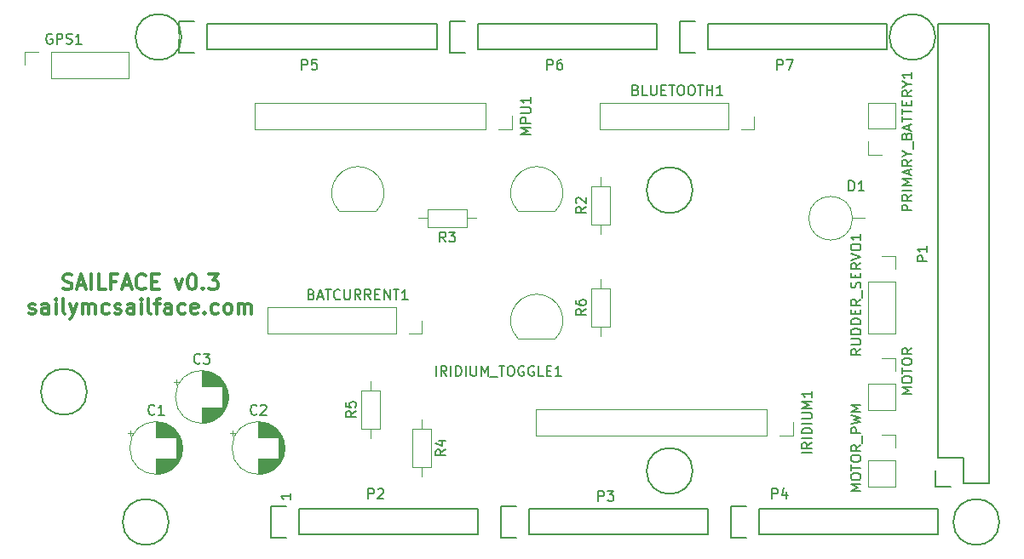
<source format=gto>
%TF.GenerationSoftware,KiCad,Pcbnew,(6.0.4-0)*%
%TF.CreationDate,2022-07-18T13:43:56-07:00*%
%TF.ProjectId,sailface-mega-shield,7361696c-6661-4636-952d-6d6567612d73,v0.2*%
%TF.SameCoordinates,Original*%
%TF.FileFunction,Legend,Top*%
%TF.FilePolarity,Positive*%
%FSLAX46Y46*%
G04 Gerber Fmt 4.6, Leading zero omitted, Abs format (unit mm)*
G04 Created by KiCad (PCBNEW (6.0.4-0)) date 2022-07-18 13:43:56*
%MOMM*%
%LPD*%
G01*
G04 APERTURE LIST*
%ADD10C,0.150000*%
%ADD11C,0.300000*%
%ADD12C,0.120000*%
%ADD13C,4.064000*%
%ADD14C,1.727200*%
%ADD15O,1.727200X1.727200*%
%ADD16O,1.727200X2.032000*%
%ADD17C,1.400000*%
%ADD18O,1.400000X1.400000*%
%ADD19R,1.600000X1.600000*%
%ADD20C,1.600000*%
%ADD21R,1.050000X1.500000*%
%ADD22O,1.050000X1.500000*%
%ADD23R,1.700000X1.700000*%
%ADD24O,1.700000X1.700000*%
%ADD25R,2.800000X2.800000*%
%ADD26O,2.800000X2.800000*%
G04 APERTURE END LIST*
D10*
X131770380Y-116300285D02*
X131770380Y-116871714D01*
X131770380Y-116586000D02*
X130770380Y-116586000D01*
X130913238Y-116681238D01*
X131008476Y-116776476D01*
X131056095Y-116871714D01*
D11*
X109161428Y-95919642D02*
X109375714Y-95991071D01*
X109732857Y-95991071D01*
X109875714Y-95919642D01*
X109947142Y-95848214D01*
X110018571Y-95705357D01*
X110018571Y-95562500D01*
X109947142Y-95419642D01*
X109875714Y-95348214D01*
X109732857Y-95276785D01*
X109447142Y-95205357D01*
X109304285Y-95133928D01*
X109232857Y-95062500D01*
X109161428Y-94919642D01*
X109161428Y-94776785D01*
X109232857Y-94633928D01*
X109304285Y-94562500D01*
X109447142Y-94491071D01*
X109804285Y-94491071D01*
X110018571Y-94562500D01*
X110590000Y-95562500D02*
X111304285Y-95562500D01*
X110447142Y-95991071D02*
X110947142Y-94491071D01*
X111447142Y-95991071D01*
X111947142Y-95991071D02*
X111947142Y-94491071D01*
X113375714Y-95991071D02*
X112661428Y-95991071D01*
X112661428Y-94491071D01*
X114375714Y-95205357D02*
X113875714Y-95205357D01*
X113875714Y-95991071D02*
X113875714Y-94491071D01*
X114590000Y-94491071D01*
X115090000Y-95562500D02*
X115804285Y-95562500D01*
X114947142Y-95991071D02*
X115447142Y-94491071D01*
X115947142Y-95991071D01*
X117304285Y-95848214D02*
X117232857Y-95919642D01*
X117018571Y-95991071D01*
X116875714Y-95991071D01*
X116661428Y-95919642D01*
X116518571Y-95776785D01*
X116447142Y-95633928D01*
X116375714Y-95348214D01*
X116375714Y-95133928D01*
X116447142Y-94848214D01*
X116518571Y-94705357D01*
X116661428Y-94562500D01*
X116875714Y-94491071D01*
X117018571Y-94491071D01*
X117232857Y-94562500D01*
X117304285Y-94633928D01*
X117947142Y-95205357D02*
X118447142Y-95205357D01*
X118661428Y-95991071D02*
X117947142Y-95991071D01*
X117947142Y-94491071D01*
X118661428Y-94491071D01*
X120304285Y-94991071D02*
X120661428Y-95991071D01*
X121018571Y-94991071D01*
X121875714Y-94491071D02*
X122018571Y-94491071D01*
X122161428Y-94562500D01*
X122232857Y-94633928D01*
X122304285Y-94776785D01*
X122375714Y-95062500D01*
X122375714Y-95419642D01*
X122304285Y-95705357D01*
X122232857Y-95848214D01*
X122161428Y-95919642D01*
X122018571Y-95991071D01*
X121875714Y-95991071D01*
X121732857Y-95919642D01*
X121661428Y-95848214D01*
X121590000Y-95705357D01*
X121518571Y-95419642D01*
X121518571Y-95062500D01*
X121590000Y-94776785D01*
X121661428Y-94633928D01*
X121732857Y-94562500D01*
X121875714Y-94491071D01*
X123018571Y-95848214D02*
X123090000Y-95919642D01*
X123018571Y-95991071D01*
X122947142Y-95919642D01*
X123018571Y-95848214D01*
X123018571Y-95991071D01*
X123590000Y-94491071D02*
X124518571Y-94491071D01*
X124018571Y-95062500D01*
X124232857Y-95062500D01*
X124375714Y-95133928D01*
X124447142Y-95205357D01*
X124518571Y-95348214D01*
X124518571Y-95705357D01*
X124447142Y-95848214D01*
X124375714Y-95919642D01*
X124232857Y-95991071D01*
X123804285Y-95991071D01*
X123661428Y-95919642D01*
X123590000Y-95848214D01*
X105768571Y-98334642D02*
X105911428Y-98406071D01*
X106197142Y-98406071D01*
X106339999Y-98334642D01*
X106411428Y-98191785D01*
X106411428Y-98120357D01*
X106339999Y-97977500D01*
X106197142Y-97906071D01*
X105982857Y-97906071D01*
X105839999Y-97834642D01*
X105768571Y-97691785D01*
X105768571Y-97620357D01*
X105839999Y-97477500D01*
X105982857Y-97406071D01*
X106197142Y-97406071D01*
X106339999Y-97477500D01*
X107697142Y-98406071D02*
X107697142Y-97620357D01*
X107625714Y-97477500D01*
X107482857Y-97406071D01*
X107197142Y-97406071D01*
X107054285Y-97477500D01*
X107697142Y-98334642D02*
X107554285Y-98406071D01*
X107197142Y-98406071D01*
X107054285Y-98334642D01*
X106982857Y-98191785D01*
X106982857Y-98048928D01*
X107054285Y-97906071D01*
X107197142Y-97834642D01*
X107554285Y-97834642D01*
X107697142Y-97763214D01*
X108411428Y-98406071D02*
X108411428Y-97406071D01*
X108411428Y-96906071D02*
X108339999Y-96977500D01*
X108411428Y-97048928D01*
X108482857Y-96977500D01*
X108411428Y-96906071D01*
X108411428Y-97048928D01*
X109339999Y-98406071D02*
X109197142Y-98334642D01*
X109125714Y-98191785D01*
X109125714Y-96906071D01*
X109768571Y-97406071D02*
X110125714Y-98406071D01*
X110482857Y-97406071D02*
X110125714Y-98406071D01*
X109982857Y-98763214D01*
X109911428Y-98834642D01*
X109768571Y-98906071D01*
X111054285Y-98406071D02*
X111054285Y-97406071D01*
X111054285Y-97548928D02*
X111125714Y-97477500D01*
X111268571Y-97406071D01*
X111482857Y-97406071D01*
X111625714Y-97477500D01*
X111697142Y-97620357D01*
X111697142Y-98406071D01*
X111697142Y-97620357D02*
X111768571Y-97477500D01*
X111911428Y-97406071D01*
X112125714Y-97406071D01*
X112268571Y-97477500D01*
X112339999Y-97620357D01*
X112339999Y-98406071D01*
X113697142Y-98334642D02*
X113554285Y-98406071D01*
X113268571Y-98406071D01*
X113125714Y-98334642D01*
X113054285Y-98263214D01*
X112982857Y-98120357D01*
X112982857Y-97691785D01*
X113054285Y-97548928D01*
X113125714Y-97477500D01*
X113268571Y-97406071D01*
X113554285Y-97406071D01*
X113697142Y-97477500D01*
X114268571Y-98334642D02*
X114411428Y-98406071D01*
X114697142Y-98406071D01*
X114839999Y-98334642D01*
X114911428Y-98191785D01*
X114911428Y-98120357D01*
X114839999Y-97977500D01*
X114697142Y-97906071D01*
X114482857Y-97906071D01*
X114339999Y-97834642D01*
X114268571Y-97691785D01*
X114268571Y-97620357D01*
X114339999Y-97477500D01*
X114482857Y-97406071D01*
X114697142Y-97406071D01*
X114839999Y-97477500D01*
X116197142Y-98406071D02*
X116197142Y-97620357D01*
X116125714Y-97477500D01*
X115982857Y-97406071D01*
X115697142Y-97406071D01*
X115554285Y-97477500D01*
X116197142Y-98334642D02*
X116054285Y-98406071D01*
X115697142Y-98406071D01*
X115554285Y-98334642D01*
X115482857Y-98191785D01*
X115482857Y-98048928D01*
X115554285Y-97906071D01*
X115697142Y-97834642D01*
X116054285Y-97834642D01*
X116197142Y-97763214D01*
X116911428Y-98406071D02*
X116911428Y-97406071D01*
X116911428Y-96906071D02*
X116839999Y-96977500D01*
X116911428Y-97048928D01*
X116982857Y-96977500D01*
X116911428Y-96906071D01*
X116911428Y-97048928D01*
X117839999Y-98406071D02*
X117697142Y-98334642D01*
X117625714Y-98191785D01*
X117625714Y-96906071D01*
X118197142Y-97406071D02*
X118768571Y-97406071D01*
X118411428Y-98406071D02*
X118411428Y-97120357D01*
X118482857Y-96977500D01*
X118625714Y-96906071D01*
X118768571Y-96906071D01*
X119911428Y-98406071D02*
X119911428Y-97620357D01*
X119839999Y-97477500D01*
X119697142Y-97406071D01*
X119411428Y-97406071D01*
X119268571Y-97477500D01*
X119911428Y-98334642D02*
X119768571Y-98406071D01*
X119411428Y-98406071D01*
X119268571Y-98334642D01*
X119197142Y-98191785D01*
X119197142Y-98048928D01*
X119268571Y-97906071D01*
X119411428Y-97834642D01*
X119768571Y-97834642D01*
X119911428Y-97763214D01*
X121268571Y-98334642D02*
X121125714Y-98406071D01*
X120839999Y-98406071D01*
X120697142Y-98334642D01*
X120625714Y-98263214D01*
X120554285Y-98120357D01*
X120554285Y-97691785D01*
X120625714Y-97548928D01*
X120697142Y-97477500D01*
X120839999Y-97406071D01*
X121125714Y-97406071D01*
X121268571Y-97477500D01*
X122482857Y-98334642D02*
X122339999Y-98406071D01*
X122054285Y-98406071D01*
X121911428Y-98334642D01*
X121839999Y-98191785D01*
X121839999Y-97620357D01*
X121911428Y-97477500D01*
X122054285Y-97406071D01*
X122339999Y-97406071D01*
X122482857Y-97477500D01*
X122554285Y-97620357D01*
X122554285Y-97763214D01*
X121839999Y-97906071D01*
X123197142Y-98263214D02*
X123268571Y-98334642D01*
X123197142Y-98406071D01*
X123125714Y-98334642D01*
X123197142Y-98263214D01*
X123197142Y-98406071D01*
X124554285Y-98334642D02*
X124411428Y-98406071D01*
X124125714Y-98406071D01*
X123982857Y-98334642D01*
X123911428Y-98263214D01*
X123839999Y-98120357D01*
X123839999Y-97691785D01*
X123911428Y-97548928D01*
X123982857Y-97477500D01*
X124125714Y-97406071D01*
X124411428Y-97406071D01*
X124554285Y-97477500D01*
X125411428Y-98406071D02*
X125268571Y-98334642D01*
X125197142Y-98263214D01*
X125125714Y-98120357D01*
X125125714Y-97691785D01*
X125197142Y-97548928D01*
X125268571Y-97477500D01*
X125411428Y-97406071D01*
X125625714Y-97406071D01*
X125768571Y-97477500D01*
X125839999Y-97548928D01*
X125911428Y-97691785D01*
X125911428Y-98120357D01*
X125839999Y-98263214D01*
X125768571Y-98334642D01*
X125625714Y-98406071D01*
X125411428Y-98406071D01*
X126554285Y-98406071D02*
X126554285Y-97406071D01*
X126554285Y-97548928D02*
X126625714Y-97477500D01*
X126768571Y-97406071D01*
X126982857Y-97406071D01*
X127125714Y-97477500D01*
X127197142Y-97620357D01*
X127197142Y-98406071D01*
X127197142Y-97620357D02*
X127268571Y-97477500D01*
X127411428Y-97406071D01*
X127625714Y-97406071D01*
X127768571Y-97477500D01*
X127839999Y-97620357D01*
X127839999Y-98406071D01*
D10*
X138232380Y-108116666D02*
X137756190Y-108450000D01*
X138232380Y-108688095D02*
X137232380Y-108688095D01*
X137232380Y-108307142D01*
X137280000Y-108211904D01*
X137327619Y-108164285D01*
X137422857Y-108116666D01*
X137565714Y-108116666D01*
X137660952Y-108164285D01*
X137708571Y-108211904D01*
X137756190Y-108307142D01*
X137756190Y-108688095D01*
X137232380Y-107211904D02*
X137232380Y-107688095D01*
X137708571Y-107735714D01*
X137660952Y-107688095D01*
X137613333Y-107592857D01*
X137613333Y-107354761D01*
X137660952Y-107259523D01*
X137708571Y-107211904D01*
X137803809Y-107164285D01*
X138041904Y-107164285D01*
X138137142Y-107211904D01*
X138184761Y-107259523D01*
X138232380Y-107354761D01*
X138232380Y-107592857D01*
X138184761Y-107688095D01*
X138137142Y-107735714D01*
X161092380Y-97956666D02*
X160616190Y-98290000D01*
X161092380Y-98528095D02*
X160092380Y-98528095D01*
X160092380Y-98147142D01*
X160140000Y-98051904D01*
X160187619Y-98004285D01*
X160282857Y-97956666D01*
X160425714Y-97956666D01*
X160520952Y-98004285D01*
X160568571Y-98051904D01*
X160616190Y-98147142D01*
X160616190Y-98528095D01*
X160092380Y-97099523D02*
X160092380Y-97290000D01*
X160140000Y-97385238D01*
X160187619Y-97432857D01*
X160330476Y-97528095D01*
X160520952Y-97575714D01*
X160901904Y-97575714D01*
X160997142Y-97528095D01*
X161044761Y-97480476D01*
X161092380Y-97385238D01*
X161092380Y-97194761D01*
X161044761Y-97099523D01*
X160997142Y-97051904D01*
X160901904Y-97004285D01*
X160663809Y-97004285D01*
X160568571Y-97051904D01*
X160520952Y-97099523D01*
X160473333Y-97194761D01*
X160473333Y-97385238D01*
X160520952Y-97480476D01*
X160568571Y-97528095D01*
X160663809Y-97575714D01*
X147152380Y-111926666D02*
X146676190Y-112260000D01*
X147152380Y-112498095D02*
X146152380Y-112498095D01*
X146152380Y-112117142D01*
X146200000Y-112021904D01*
X146247619Y-111974285D01*
X146342857Y-111926666D01*
X146485714Y-111926666D01*
X146580952Y-111974285D01*
X146628571Y-112021904D01*
X146676190Y-112117142D01*
X146676190Y-112498095D01*
X146485714Y-111069523D02*
X147152380Y-111069523D01*
X146104761Y-111307619D02*
X146819047Y-111545714D01*
X146819047Y-110926666D01*
X147153333Y-91272380D02*
X146820000Y-90796190D01*
X146581904Y-91272380D02*
X146581904Y-90272380D01*
X146962857Y-90272380D01*
X147058095Y-90320000D01*
X147105714Y-90367619D01*
X147153333Y-90462857D01*
X147153333Y-90605714D01*
X147105714Y-90700952D01*
X147058095Y-90748571D01*
X146962857Y-90796190D01*
X146581904Y-90796190D01*
X147486666Y-90272380D02*
X148105714Y-90272380D01*
X147772380Y-90653333D01*
X147915238Y-90653333D01*
X148010476Y-90700952D01*
X148058095Y-90748571D01*
X148105714Y-90843809D01*
X148105714Y-91081904D01*
X148058095Y-91177142D01*
X148010476Y-91224761D01*
X147915238Y-91272380D01*
X147629523Y-91272380D01*
X147534285Y-91224761D01*
X147486666Y-91177142D01*
X161092380Y-87796666D02*
X160616190Y-88130000D01*
X161092380Y-88368095D02*
X160092380Y-88368095D01*
X160092380Y-87987142D01*
X160140000Y-87891904D01*
X160187619Y-87844285D01*
X160282857Y-87796666D01*
X160425714Y-87796666D01*
X160520952Y-87844285D01*
X160568571Y-87891904D01*
X160616190Y-87987142D01*
X160616190Y-88368095D01*
X160187619Y-87415714D02*
X160140000Y-87368095D01*
X160092380Y-87272857D01*
X160092380Y-87034761D01*
X160140000Y-86939523D01*
X160187619Y-86891904D01*
X160282857Y-86844285D01*
X160378095Y-86844285D01*
X160520952Y-86891904D01*
X161092380Y-87463333D01*
X161092380Y-86844285D01*
X195016380Y-93194095D02*
X194016380Y-93194095D01*
X194016380Y-92813142D01*
X194064000Y-92717904D01*
X194111619Y-92670285D01*
X194206857Y-92622666D01*
X194349714Y-92622666D01*
X194444952Y-92670285D01*
X194492571Y-92717904D01*
X194540190Y-92813142D01*
X194540190Y-93194095D01*
X195016380Y-91670285D02*
X195016380Y-92241714D01*
X195016380Y-91956000D02*
X194016380Y-91956000D01*
X194159238Y-92051238D01*
X194254476Y-92146476D01*
X194302095Y-92241714D01*
X139469904Y-116784380D02*
X139469904Y-115784380D01*
X139850857Y-115784380D01*
X139946095Y-115832000D01*
X139993714Y-115879619D01*
X140041333Y-115974857D01*
X140041333Y-116117714D01*
X139993714Y-116212952D01*
X139946095Y-116260571D01*
X139850857Y-116308190D01*
X139469904Y-116308190D01*
X140422285Y-115879619D02*
X140469904Y-115832000D01*
X140565142Y-115784380D01*
X140803238Y-115784380D01*
X140898476Y-115832000D01*
X140946095Y-115879619D01*
X140993714Y-115974857D01*
X140993714Y-116070095D01*
X140946095Y-116212952D01*
X140374666Y-116784380D01*
X140993714Y-116784380D01*
X162329904Y-117038380D02*
X162329904Y-116038380D01*
X162710857Y-116038380D01*
X162806095Y-116086000D01*
X162853714Y-116133619D01*
X162901333Y-116228857D01*
X162901333Y-116371714D01*
X162853714Y-116466952D01*
X162806095Y-116514571D01*
X162710857Y-116562190D01*
X162329904Y-116562190D01*
X163234666Y-116038380D02*
X163853714Y-116038380D01*
X163520380Y-116419333D01*
X163663238Y-116419333D01*
X163758476Y-116466952D01*
X163806095Y-116514571D01*
X163853714Y-116609809D01*
X163853714Y-116847904D01*
X163806095Y-116943142D01*
X163758476Y-116990761D01*
X163663238Y-117038380D01*
X163377523Y-117038380D01*
X163282285Y-116990761D01*
X163234666Y-116943142D01*
X179601904Y-116784380D02*
X179601904Y-115784380D01*
X179982857Y-115784380D01*
X180078095Y-115832000D01*
X180125714Y-115879619D01*
X180173333Y-115974857D01*
X180173333Y-116117714D01*
X180125714Y-116212952D01*
X180078095Y-116260571D01*
X179982857Y-116308190D01*
X179601904Y-116308190D01*
X181030476Y-116117714D02*
X181030476Y-116784380D01*
X180792380Y-115736761D02*
X180554285Y-116451047D01*
X181173333Y-116451047D01*
X132865904Y-74112380D02*
X132865904Y-73112380D01*
X133246857Y-73112380D01*
X133342095Y-73160000D01*
X133389714Y-73207619D01*
X133437333Y-73302857D01*
X133437333Y-73445714D01*
X133389714Y-73540952D01*
X133342095Y-73588571D01*
X133246857Y-73636190D01*
X132865904Y-73636190D01*
X134342095Y-73112380D02*
X133865904Y-73112380D01*
X133818285Y-73588571D01*
X133865904Y-73540952D01*
X133961142Y-73493333D01*
X134199238Y-73493333D01*
X134294476Y-73540952D01*
X134342095Y-73588571D01*
X134389714Y-73683809D01*
X134389714Y-73921904D01*
X134342095Y-74017142D01*
X134294476Y-74064761D01*
X134199238Y-74112380D01*
X133961142Y-74112380D01*
X133865904Y-74064761D01*
X133818285Y-74017142D01*
X157249904Y-74112380D02*
X157249904Y-73112380D01*
X157630857Y-73112380D01*
X157726095Y-73160000D01*
X157773714Y-73207619D01*
X157821333Y-73302857D01*
X157821333Y-73445714D01*
X157773714Y-73540952D01*
X157726095Y-73588571D01*
X157630857Y-73636190D01*
X157249904Y-73636190D01*
X158678476Y-73112380D02*
X158488000Y-73112380D01*
X158392761Y-73160000D01*
X158345142Y-73207619D01*
X158249904Y-73350476D01*
X158202285Y-73540952D01*
X158202285Y-73921904D01*
X158249904Y-74017142D01*
X158297523Y-74064761D01*
X158392761Y-74112380D01*
X158583238Y-74112380D01*
X158678476Y-74064761D01*
X158726095Y-74017142D01*
X158773714Y-73921904D01*
X158773714Y-73683809D01*
X158726095Y-73588571D01*
X158678476Y-73540952D01*
X158583238Y-73493333D01*
X158392761Y-73493333D01*
X158297523Y-73540952D01*
X158249904Y-73588571D01*
X158202285Y-73683809D01*
X180109904Y-74112380D02*
X180109904Y-73112380D01*
X180490857Y-73112380D01*
X180586095Y-73160000D01*
X180633714Y-73207619D01*
X180681333Y-73302857D01*
X180681333Y-73445714D01*
X180633714Y-73540952D01*
X180586095Y-73588571D01*
X180490857Y-73636190D01*
X180109904Y-73636190D01*
X181014666Y-73112380D02*
X181681333Y-73112380D01*
X181252761Y-74112380D01*
X118213333Y-108367142D02*
X118165714Y-108414761D01*
X118022857Y-108462380D01*
X117927619Y-108462380D01*
X117784761Y-108414761D01*
X117689523Y-108319523D01*
X117641904Y-108224285D01*
X117594285Y-108033809D01*
X117594285Y-107890952D01*
X117641904Y-107700476D01*
X117689523Y-107605238D01*
X117784761Y-107510000D01*
X117927619Y-107462380D01*
X118022857Y-107462380D01*
X118165714Y-107510000D01*
X118213333Y-107557619D01*
X119165714Y-108462380D02*
X118594285Y-108462380D01*
X118880000Y-108462380D02*
X118880000Y-107462380D01*
X118784761Y-107605238D01*
X118689523Y-107700476D01*
X118594285Y-107748095D01*
X188412380Y-101924761D02*
X187936190Y-102258095D01*
X188412380Y-102496190D02*
X187412380Y-102496190D01*
X187412380Y-102115238D01*
X187460000Y-102020000D01*
X187507619Y-101972380D01*
X187602857Y-101924761D01*
X187745714Y-101924761D01*
X187840952Y-101972380D01*
X187888571Y-102020000D01*
X187936190Y-102115238D01*
X187936190Y-102496190D01*
X187412380Y-101496190D02*
X188221904Y-101496190D01*
X188317142Y-101448571D01*
X188364761Y-101400952D01*
X188412380Y-101305714D01*
X188412380Y-101115238D01*
X188364761Y-101020000D01*
X188317142Y-100972380D01*
X188221904Y-100924761D01*
X187412380Y-100924761D01*
X188412380Y-100448571D02*
X187412380Y-100448571D01*
X187412380Y-100210476D01*
X187460000Y-100067619D01*
X187555238Y-99972380D01*
X187650476Y-99924761D01*
X187840952Y-99877142D01*
X187983809Y-99877142D01*
X188174285Y-99924761D01*
X188269523Y-99972380D01*
X188364761Y-100067619D01*
X188412380Y-100210476D01*
X188412380Y-100448571D01*
X188412380Y-99448571D02*
X187412380Y-99448571D01*
X187412380Y-99210476D01*
X187460000Y-99067619D01*
X187555238Y-98972380D01*
X187650476Y-98924761D01*
X187840952Y-98877142D01*
X187983809Y-98877142D01*
X188174285Y-98924761D01*
X188269523Y-98972380D01*
X188364761Y-99067619D01*
X188412380Y-99210476D01*
X188412380Y-99448571D01*
X187888571Y-98448571D02*
X187888571Y-98115238D01*
X188412380Y-97972380D02*
X188412380Y-98448571D01*
X187412380Y-98448571D01*
X187412380Y-97972380D01*
X188412380Y-96972380D02*
X187936190Y-97305714D01*
X188412380Y-97543809D02*
X187412380Y-97543809D01*
X187412380Y-97162857D01*
X187460000Y-97067619D01*
X187507619Y-97020000D01*
X187602857Y-96972380D01*
X187745714Y-96972380D01*
X187840952Y-97020000D01*
X187888571Y-97067619D01*
X187936190Y-97162857D01*
X187936190Y-97543809D01*
X188507619Y-96781904D02*
X188507619Y-96020000D01*
X188364761Y-95829523D02*
X188412380Y-95686666D01*
X188412380Y-95448571D01*
X188364761Y-95353333D01*
X188317142Y-95305714D01*
X188221904Y-95258095D01*
X188126666Y-95258095D01*
X188031428Y-95305714D01*
X187983809Y-95353333D01*
X187936190Y-95448571D01*
X187888571Y-95639047D01*
X187840952Y-95734285D01*
X187793333Y-95781904D01*
X187698095Y-95829523D01*
X187602857Y-95829523D01*
X187507619Y-95781904D01*
X187460000Y-95734285D01*
X187412380Y-95639047D01*
X187412380Y-95400952D01*
X187460000Y-95258095D01*
X187888571Y-94829523D02*
X187888571Y-94496190D01*
X188412380Y-94353333D02*
X188412380Y-94829523D01*
X187412380Y-94829523D01*
X187412380Y-94353333D01*
X188412380Y-93353333D02*
X187936190Y-93686666D01*
X188412380Y-93924761D02*
X187412380Y-93924761D01*
X187412380Y-93543809D01*
X187460000Y-93448571D01*
X187507619Y-93400952D01*
X187602857Y-93353333D01*
X187745714Y-93353333D01*
X187840952Y-93400952D01*
X187888571Y-93448571D01*
X187936190Y-93543809D01*
X187936190Y-93924761D01*
X187412380Y-93067619D02*
X188412380Y-92734285D01*
X187412380Y-92400952D01*
X187412380Y-91877142D02*
X187412380Y-91686666D01*
X187460000Y-91591428D01*
X187555238Y-91496190D01*
X187745714Y-91448571D01*
X188079047Y-91448571D01*
X188269523Y-91496190D01*
X188364761Y-91591428D01*
X188412380Y-91686666D01*
X188412380Y-91877142D01*
X188364761Y-91972380D01*
X188269523Y-92067619D01*
X188079047Y-92115238D01*
X187745714Y-92115238D01*
X187555238Y-92067619D01*
X187460000Y-91972380D01*
X187412380Y-91877142D01*
X188412380Y-90496190D02*
X188412380Y-91067619D01*
X188412380Y-90781904D02*
X187412380Y-90781904D01*
X187555238Y-90877142D01*
X187650476Y-90972380D01*
X187698095Y-91067619D01*
X122753333Y-103287142D02*
X122705714Y-103334761D01*
X122562857Y-103382380D01*
X122467619Y-103382380D01*
X122324761Y-103334761D01*
X122229523Y-103239523D01*
X122181904Y-103144285D01*
X122134285Y-102953809D01*
X122134285Y-102810952D01*
X122181904Y-102620476D01*
X122229523Y-102525238D01*
X122324761Y-102430000D01*
X122467619Y-102382380D01*
X122562857Y-102382380D01*
X122705714Y-102430000D01*
X122753333Y-102477619D01*
X123086666Y-102382380D02*
X123705714Y-102382380D01*
X123372380Y-102763333D01*
X123515238Y-102763333D01*
X123610476Y-102810952D01*
X123658095Y-102858571D01*
X123705714Y-102953809D01*
X123705714Y-103191904D01*
X123658095Y-103287142D01*
X123610476Y-103334761D01*
X123515238Y-103382380D01*
X123229523Y-103382380D01*
X123134285Y-103334761D01*
X123086666Y-103287142D01*
X193492380Y-88137142D02*
X192492380Y-88137142D01*
X192492380Y-87756190D01*
X192540000Y-87660952D01*
X192587619Y-87613333D01*
X192682857Y-87565714D01*
X192825714Y-87565714D01*
X192920952Y-87613333D01*
X192968571Y-87660952D01*
X193016190Y-87756190D01*
X193016190Y-88137142D01*
X193492380Y-86565714D02*
X193016190Y-86899047D01*
X193492380Y-87137142D02*
X192492380Y-87137142D01*
X192492380Y-86756190D01*
X192540000Y-86660952D01*
X192587619Y-86613333D01*
X192682857Y-86565714D01*
X192825714Y-86565714D01*
X192920952Y-86613333D01*
X192968571Y-86660952D01*
X193016190Y-86756190D01*
X193016190Y-87137142D01*
X193492380Y-86137142D02*
X192492380Y-86137142D01*
X193492380Y-85660952D02*
X192492380Y-85660952D01*
X193206666Y-85327619D01*
X192492380Y-84994285D01*
X193492380Y-84994285D01*
X193206666Y-84565714D02*
X193206666Y-84089523D01*
X193492380Y-84660952D02*
X192492380Y-84327619D01*
X193492380Y-83994285D01*
X193492380Y-83089523D02*
X193016190Y-83422857D01*
X193492380Y-83660952D02*
X192492380Y-83660952D01*
X192492380Y-83280000D01*
X192540000Y-83184761D01*
X192587619Y-83137142D01*
X192682857Y-83089523D01*
X192825714Y-83089523D01*
X192920952Y-83137142D01*
X192968571Y-83184761D01*
X193016190Y-83280000D01*
X193016190Y-83660952D01*
X193016190Y-82470476D02*
X193492380Y-82470476D01*
X192492380Y-82803809D02*
X193016190Y-82470476D01*
X192492380Y-82137142D01*
X193587619Y-82041904D02*
X193587619Y-81280000D01*
X192968571Y-80708571D02*
X193016190Y-80565714D01*
X193063809Y-80518095D01*
X193159047Y-80470476D01*
X193301904Y-80470476D01*
X193397142Y-80518095D01*
X193444761Y-80565714D01*
X193492380Y-80660952D01*
X193492380Y-81041904D01*
X192492380Y-81041904D01*
X192492380Y-80708571D01*
X192540000Y-80613333D01*
X192587619Y-80565714D01*
X192682857Y-80518095D01*
X192778095Y-80518095D01*
X192873333Y-80565714D01*
X192920952Y-80613333D01*
X192968571Y-80708571D01*
X192968571Y-81041904D01*
X193206666Y-80089523D02*
X193206666Y-79613333D01*
X193492380Y-80184761D02*
X192492380Y-79851428D01*
X193492380Y-79518095D01*
X192492380Y-79327619D02*
X192492380Y-78756190D01*
X193492380Y-79041904D02*
X192492380Y-79041904D01*
X192492380Y-78565714D02*
X192492380Y-77994285D01*
X193492380Y-78280000D02*
X192492380Y-78280000D01*
X192968571Y-77660952D02*
X192968571Y-77327619D01*
X193492380Y-77184761D02*
X193492380Y-77660952D01*
X192492380Y-77660952D01*
X192492380Y-77184761D01*
X193492380Y-76184761D02*
X193016190Y-76518095D01*
X193492380Y-76756190D02*
X192492380Y-76756190D01*
X192492380Y-76375238D01*
X192540000Y-76280000D01*
X192587619Y-76232380D01*
X192682857Y-76184761D01*
X192825714Y-76184761D01*
X192920952Y-76232380D01*
X192968571Y-76280000D01*
X193016190Y-76375238D01*
X193016190Y-76756190D01*
X193016190Y-75565714D02*
X193492380Y-75565714D01*
X192492380Y-75899047D02*
X193016190Y-75565714D01*
X192492380Y-75232380D01*
X193492380Y-74375238D02*
X193492380Y-74946666D01*
X193492380Y-74660952D02*
X192492380Y-74660952D01*
X192635238Y-74756190D01*
X192730476Y-74851428D01*
X192778095Y-74946666D01*
X188412380Y-116045714D02*
X187412380Y-116045714D01*
X188126666Y-115712380D01*
X187412380Y-115379047D01*
X188412380Y-115379047D01*
X187412380Y-114712380D02*
X187412380Y-114521904D01*
X187460000Y-114426666D01*
X187555238Y-114331428D01*
X187745714Y-114283809D01*
X188079047Y-114283809D01*
X188269523Y-114331428D01*
X188364761Y-114426666D01*
X188412380Y-114521904D01*
X188412380Y-114712380D01*
X188364761Y-114807619D01*
X188269523Y-114902857D01*
X188079047Y-114950476D01*
X187745714Y-114950476D01*
X187555238Y-114902857D01*
X187460000Y-114807619D01*
X187412380Y-114712380D01*
X187412380Y-113998095D02*
X187412380Y-113426666D01*
X188412380Y-113712380D02*
X187412380Y-113712380D01*
X187412380Y-112902857D02*
X187412380Y-112712380D01*
X187460000Y-112617142D01*
X187555238Y-112521904D01*
X187745714Y-112474285D01*
X188079047Y-112474285D01*
X188269523Y-112521904D01*
X188364761Y-112617142D01*
X188412380Y-112712380D01*
X188412380Y-112902857D01*
X188364761Y-112998095D01*
X188269523Y-113093333D01*
X188079047Y-113140952D01*
X187745714Y-113140952D01*
X187555238Y-113093333D01*
X187460000Y-112998095D01*
X187412380Y-112902857D01*
X188412380Y-111474285D02*
X187936190Y-111807619D01*
X188412380Y-112045714D02*
X187412380Y-112045714D01*
X187412380Y-111664761D01*
X187460000Y-111569523D01*
X187507619Y-111521904D01*
X187602857Y-111474285D01*
X187745714Y-111474285D01*
X187840952Y-111521904D01*
X187888571Y-111569523D01*
X187936190Y-111664761D01*
X187936190Y-112045714D01*
X188507619Y-111283809D02*
X188507619Y-110521904D01*
X188412380Y-110283809D02*
X187412380Y-110283809D01*
X187412380Y-109902857D01*
X187460000Y-109807619D01*
X187507619Y-109760000D01*
X187602857Y-109712380D01*
X187745714Y-109712380D01*
X187840952Y-109760000D01*
X187888571Y-109807619D01*
X187936190Y-109902857D01*
X187936190Y-110283809D01*
X187412380Y-109379047D02*
X188412380Y-109140952D01*
X187698095Y-108950476D01*
X188412380Y-108760000D01*
X187412380Y-108521904D01*
X188412380Y-108140952D02*
X187412380Y-108140952D01*
X188126666Y-107807619D01*
X187412380Y-107474285D01*
X188412380Y-107474285D01*
X193492380Y-106401904D02*
X192492380Y-106401904D01*
X193206666Y-106068571D01*
X192492380Y-105735238D01*
X193492380Y-105735238D01*
X192492380Y-105068571D02*
X192492380Y-104878095D01*
X192540000Y-104782857D01*
X192635238Y-104687619D01*
X192825714Y-104640000D01*
X193159047Y-104640000D01*
X193349523Y-104687619D01*
X193444761Y-104782857D01*
X193492380Y-104878095D01*
X193492380Y-105068571D01*
X193444761Y-105163809D01*
X193349523Y-105259047D01*
X193159047Y-105306666D01*
X192825714Y-105306666D01*
X192635238Y-105259047D01*
X192540000Y-105163809D01*
X192492380Y-105068571D01*
X192492380Y-104354285D02*
X192492380Y-103782857D01*
X193492380Y-104068571D02*
X192492380Y-104068571D01*
X192492380Y-103259047D02*
X192492380Y-103068571D01*
X192540000Y-102973333D01*
X192635238Y-102878095D01*
X192825714Y-102830476D01*
X193159047Y-102830476D01*
X193349523Y-102878095D01*
X193444761Y-102973333D01*
X193492380Y-103068571D01*
X193492380Y-103259047D01*
X193444761Y-103354285D01*
X193349523Y-103449523D01*
X193159047Y-103497142D01*
X192825714Y-103497142D01*
X192635238Y-103449523D01*
X192540000Y-103354285D01*
X192492380Y-103259047D01*
X193492380Y-101830476D02*
X193016190Y-102163809D01*
X193492380Y-102401904D02*
X192492380Y-102401904D01*
X192492380Y-102020952D01*
X192540000Y-101925714D01*
X192587619Y-101878095D01*
X192682857Y-101830476D01*
X192825714Y-101830476D01*
X192920952Y-101878095D01*
X192968571Y-101925714D01*
X193016190Y-102020952D01*
X193016190Y-102401904D01*
X155622380Y-80573333D02*
X154622380Y-80573333D01*
X155336666Y-80240000D01*
X154622380Y-79906666D01*
X155622380Y-79906666D01*
X155622380Y-79430476D02*
X154622380Y-79430476D01*
X154622380Y-79049523D01*
X154670000Y-78954285D01*
X154717619Y-78906666D01*
X154812857Y-78859047D01*
X154955714Y-78859047D01*
X155050952Y-78906666D01*
X155098571Y-78954285D01*
X155146190Y-79049523D01*
X155146190Y-79430476D01*
X154622380Y-78430476D02*
X155431904Y-78430476D01*
X155527142Y-78382857D01*
X155574761Y-78335238D01*
X155622380Y-78240000D01*
X155622380Y-78049523D01*
X155574761Y-77954285D01*
X155527142Y-77906666D01*
X155431904Y-77859047D01*
X154622380Y-77859047D01*
X155622380Y-76859047D02*
X155622380Y-77430476D01*
X155622380Y-77144761D02*
X154622380Y-77144761D01*
X154765238Y-77240000D01*
X154860476Y-77335238D01*
X154908095Y-77430476D01*
X187221904Y-86177481D02*
X187221904Y-85177481D01*
X187460000Y-85177481D01*
X187602857Y-85225101D01*
X187698095Y-85320339D01*
X187745714Y-85415577D01*
X187793333Y-85606053D01*
X187793333Y-85748910D01*
X187745714Y-85939386D01*
X187698095Y-86034624D01*
X187602857Y-86129862D01*
X187460000Y-86177481D01*
X187221904Y-86177481D01*
X188745714Y-86177481D02*
X188174285Y-86177481D01*
X188460000Y-86177481D02*
X188460000Y-85177481D01*
X188364761Y-85320339D01*
X188269523Y-85415577D01*
X188174285Y-85463196D01*
X128373333Y-108367142D02*
X128325714Y-108414761D01*
X128182857Y-108462380D01*
X128087619Y-108462380D01*
X127944761Y-108414761D01*
X127849523Y-108319523D01*
X127801904Y-108224285D01*
X127754285Y-108033809D01*
X127754285Y-107890952D01*
X127801904Y-107700476D01*
X127849523Y-107605238D01*
X127944761Y-107510000D01*
X128087619Y-107462380D01*
X128182857Y-107462380D01*
X128325714Y-107510000D01*
X128373333Y-107557619D01*
X128754285Y-107557619D02*
X128801904Y-107510000D01*
X128897142Y-107462380D01*
X129135238Y-107462380D01*
X129230476Y-107510000D01*
X129278095Y-107557619D01*
X129325714Y-107652857D01*
X129325714Y-107748095D01*
X129278095Y-107890952D01*
X128706666Y-108462380D01*
X129325714Y-108462380D01*
X166060952Y-76128571D02*
X166203809Y-76176190D01*
X166251428Y-76223809D01*
X166299047Y-76319047D01*
X166299047Y-76461904D01*
X166251428Y-76557142D01*
X166203809Y-76604761D01*
X166108571Y-76652380D01*
X165727619Y-76652380D01*
X165727619Y-75652380D01*
X166060952Y-75652380D01*
X166156190Y-75700000D01*
X166203809Y-75747619D01*
X166251428Y-75842857D01*
X166251428Y-75938095D01*
X166203809Y-76033333D01*
X166156190Y-76080952D01*
X166060952Y-76128571D01*
X165727619Y-76128571D01*
X167203809Y-76652380D02*
X166727619Y-76652380D01*
X166727619Y-75652380D01*
X167537142Y-75652380D02*
X167537142Y-76461904D01*
X167584761Y-76557142D01*
X167632380Y-76604761D01*
X167727619Y-76652380D01*
X167918095Y-76652380D01*
X168013333Y-76604761D01*
X168060952Y-76557142D01*
X168108571Y-76461904D01*
X168108571Y-75652380D01*
X168584761Y-76128571D02*
X168918095Y-76128571D01*
X169060952Y-76652380D02*
X168584761Y-76652380D01*
X168584761Y-75652380D01*
X169060952Y-75652380D01*
X169346666Y-75652380D02*
X169918095Y-75652380D01*
X169632380Y-76652380D02*
X169632380Y-75652380D01*
X170441904Y-75652380D02*
X170632380Y-75652380D01*
X170727619Y-75700000D01*
X170822857Y-75795238D01*
X170870476Y-75985714D01*
X170870476Y-76319047D01*
X170822857Y-76509523D01*
X170727619Y-76604761D01*
X170632380Y-76652380D01*
X170441904Y-76652380D01*
X170346666Y-76604761D01*
X170251428Y-76509523D01*
X170203809Y-76319047D01*
X170203809Y-75985714D01*
X170251428Y-75795238D01*
X170346666Y-75700000D01*
X170441904Y-75652380D01*
X171489523Y-75652380D02*
X171680000Y-75652380D01*
X171775238Y-75700000D01*
X171870476Y-75795238D01*
X171918095Y-75985714D01*
X171918095Y-76319047D01*
X171870476Y-76509523D01*
X171775238Y-76604761D01*
X171680000Y-76652380D01*
X171489523Y-76652380D01*
X171394285Y-76604761D01*
X171299047Y-76509523D01*
X171251428Y-76319047D01*
X171251428Y-75985714D01*
X171299047Y-75795238D01*
X171394285Y-75700000D01*
X171489523Y-75652380D01*
X172203809Y-75652380D02*
X172775238Y-75652380D01*
X172489523Y-76652380D02*
X172489523Y-75652380D01*
X173108571Y-76652380D02*
X173108571Y-75652380D01*
X173108571Y-76128571D02*
X173680000Y-76128571D01*
X173680000Y-76652380D02*
X173680000Y-75652380D01*
X174680000Y-76652380D02*
X174108571Y-76652380D01*
X174394285Y-76652380D02*
X174394285Y-75652380D01*
X174299047Y-75795238D01*
X174203809Y-75890476D01*
X174108571Y-75938095D01*
X183562380Y-112267619D02*
X182562380Y-112267619D01*
X183562380Y-111220000D02*
X183086190Y-111553333D01*
X183562380Y-111791428D02*
X182562380Y-111791428D01*
X182562380Y-111410476D01*
X182610000Y-111315238D01*
X182657619Y-111267619D01*
X182752857Y-111220000D01*
X182895714Y-111220000D01*
X182990952Y-111267619D01*
X183038571Y-111315238D01*
X183086190Y-111410476D01*
X183086190Y-111791428D01*
X183562380Y-110791428D02*
X182562380Y-110791428D01*
X183562380Y-110315238D02*
X182562380Y-110315238D01*
X182562380Y-110077142D01*
X182610000Y-109934285D01*
X182705238Y-109839047D01*
X182800476Y-109791428D01*
X182990952Y-109743809D01*
X183133809Y-109743809D01*
X183324285Y-109791428D01*
X183419523Y-109839047D01*
X183514761Y-109934285D01*
X183562380Y-110077142D01*
X183562380Y-110315238D01*
X183562380Y-109315238D02*
X182562380Y-109315238D01*
X182562380Y-108839047D02*
X183371904Y-108839047D01*
X183467142Y-108791428D01*
X183514761Y-108743809D01*
X183562380Y-108648571D01*
X183562380Y-108458095D01*
X183514761Y-108362857D01*
X183467142Y-108315238D01*
X183371904Y-108267619D01*
X182562380Y-108267619D01*
X183562380Y-107791428D02*
X182562380Y-107791428D01*
X183276666Y-107458095D01*
X182562380Y-107124761D01*
X183562380Y-107124761D01*
X183562380Y-106124761D02*
X183562380Y-106696190D01*
X183562380Y-106410476D02*
X182562380Y-106410476D01*
X182705238Y-106505714D01*
X182800476Y-106600952D01*
X182848095Y-106696190D01*
X133809761Y-96473571D02*
X133952619Y-96521190D01*
X134000238Y-96568809D01*
X134047857Y-96664047D01*
X134047857Y-96806904D01*
X134000238Y-96902142D01*
X133952619Y-96949761D01*
X133857380Y-96997380D01*
X133476428Y-96997380D01*
X133476428Y-95997380D01*
X133809761Y-95997380D01*
X133905000Y-96045000D01*
X133952619Y-96092619D01*
X134000238Y-96187857D01*
X134000238Y-96283095D01*
X133952619Y-96378333D01*
X133905000Y-96425952D01*
X133809761Y-96473571D01*
X133476428Y-96473571D01*
X134428809Y-96711666D02*
X134905000Y-96711666D01*
X134333571Y-96997380D02*
X134666904Y-95997380D01*
X135000238Y-96997380D01*
X135190714Y-95997380D02*
X135762142Y-95997380D01*
X135476428Y-96997380D02*
X135476428Y-95997380D01*
X136666904Y-96902142D02*
X136619285Y-96949761D01*
X136476428Y-96997380D01*
X136381190Y-96997380D01*
X136238333Y-96949761D01*
X136143095Y-96854523D01*
X136095476Y-96759285D01*
X136047857Y-96568809D01*
X136047857Y-96425952D01*
X136095476Y-96235476D01*
X136143095Y-96140238D01*
X136238333Y-96045000D01*
X136381190Y-95997380D01*
X136476428Y-95997380D01*
X136619285Y-96045000D01*
X136666904Y-96092619D01*
X137095476Y-95997380D02*
X137095476Y-96806904D01*
X137143095Y-96902142D01*
X137190714Y-96949761D01*
X137285952Y-96997380D01*
X137476428Y-96997380D01*
X137571666Y-96949761D01*
X137619285Y-96902142D01*
X137666904Y-96806904D01*
X137666904Y-95997380D01*
X138714523Y-96997380D02*
X138381190Y-96521190D01*
X138143095Y-96997380D02*
X138143095Y-95997380D01*
X138524047Y-95997380D01*
X138619285Y-96045000D01*
X138666904Y-96092619D01*
X138714523Y-96187857D01*
X138714523Y-96330714D01*
X138666904Y-96425952D01*
X138619285Y-96473571D01*
X138524047Y-96521190D01*
X138143095Y-96521190D01*
X139714523Y-96997380D02*
X139381190Y-96521190D01*
X139143095Y-96997380D02*
X139143095Y-95997380D01*
X139524047Y-95997380D01*
X139619285Y-96045000D01*
X139666904Y-96092619D01*
X139714523Y-96187857D01*
X139714523Y-96330714D01*
X139666904Y-96425952D01*
X139619285Y-96473571D01*
X139524047Y-96521190D01*
X139143095Y-96521190D01*
X140143095Y-96473571D02*
X140476428Y-96473571D01*
X140619285Y-96997380D02*
X140143095Y-96997380D01*
X140143095Y-95997380D01*
X140619285Y-95997380D01*
X141047857Y-96997380D02*
X141047857Y-95997380D01*
X141619285Y-96997380D01*
X141619285Y-95997380D01*
X141952619Y-95997380D02*
X142524047Y-95997380D01*
X142238333Y-96997380D02*
X142238333Y-95997380D01*
X143381190Y-96997380D02*
X142809761Y-96997380D01*
X143095476Y-96997380D02*
X143095476Y-95997380D01*
X143000238Y-96140238D01*
X142905000Y-96235476D01*
X142809761Y-96283095D01*
X108029523Y-70595000D02*
X107934285Y-70547380D01*
X107791428Y-70547380D01*
X107648571Y-70595000D01*
X107553333Y-70690238D01*
X107505714Y-70785476D01*
X107458095Y-70975952D01*
X107458095Y-71118809D01*
X107505714Y-71309285D01*
X107553333Y-71404523D01*
X107648571Y-71499761D01*
X107791428Y-71547380D01*
X107886666Y-71547380D01*
X108029523Y-71499761D01*
X108077142Y-71452142D01*
X108077142Y-71118809D01*
X107886666Y-71118809D01*
X108505714Y-71547380D02*
X108505714Y-70547380D01*
X108886666Y-70547380D01*
X108981904Y-70595000D01*
X109029523Y-70642619D01*
X109077142Y-70737857D01*
X109077142Y-70880714D01*
X109029523Y-70975952D01*
X108981904Y-71023571D01*
X108886666Y-71071190D01*
X108505714Y-71071190D01*
X109458095Y-71499761D02*
X109600952Y-71547380D01*
X109839047Y-71547380D01*
X109934285Y-71499761D01*
X109981904Y-71452142D01*
X110029523Y-71356904D01*
X110029523Y-71261666D01*
X109981904Y-71166428D01*
X109934285Y-71118809D01*
X109839047Y-71071190D01*
X109648571Y-71023571D01*
X109553333Y-70975952D01*
X109505714Y-70928333D01*
X109458095Y-70833095D01*
X109458095Y-70737857D01*
X109505714Y-70642619D01*
X109553333Y-70595000D01*
X109648571Y-70547380D01*
X109886666Y-70547380D01*
X110029523Y-70595000D01*
X110981904Y-71547380D02*
X110410476Y-71547380D01*
X110696190Y-71547380D02*
X110696190Y-70547380D01*
X110600952Y-70690238D01*
X110505714Y-70785476D01*
X110410476Y-70833095D01*
X146209523Y-104592380D02*
X146209523Y-103592380D01*
X147257142Y-104592380D02*
X146923809Y-104116190D01*
X146685714Y-104592380D02*
X146685714Y-103592380D01*
X147066666Y-103592380D01*
X147161904Y-103640000D01*
X147209523Y-103687619D01*
X147257142Y-103782857D01*
X147257142Y-103925714D01*
X147209523Y-104020952D01*
X147161904Y-104068571D01*
X147066666Y-104116190D01*
X146685714Y-104116190D01*
X147685714Y-104592380D02*
X147685714Y-103592380D01*
X148161904Y-104592380D02*
X148161904Y-103592380D01*
X148400000Y-103592380D01*
X148542857Y-103640000D01*
X148638095Y-103735238D01*
X148685714Y-103830476D01*
X148733333Y-104020952D01*
X148733333Y-104163809D01*
X148685714Y-104354285D01*
X148638095Y-104449523D01*
X148542857Y-104544761D01*
X148400000Y-104592380D01*
X148161904Y-104592380D01*
X149161904Y-104592380D02*
X149161904Y-103592380D01*
X149638095Y-103592380D02*
X149638095Y-104401904D01*
X149685714Y-104497142D01*
X149733333Y-104544761D01*
X149828571Y-104592380D01*
X150019047Y-104592380D01*
X150114285Y-104544761D01*
X150161904Y-104497142D01*
X150209523Y-104401904D01*
X150209523Y-103592380D01*
X150685714Y-104592380D02*
X150685714Y-103592380D01*
X151019047Y-104306666D01*
X151352380Y-103592380D01*
X151352380Y-104592380D01*
X151590476Y-104687619D02*
X152352380Y-104687619D01*
X152447619Y-103592380D02*
X153019047Y-103592380D01*
X152733333Y-104592380D02*
X152733333Y-103592380D01*
X153542857Y-103592380D02*
X153733333Y-103592380D01*
X153828571Y-103640000D01*
X153923809Y-103735238D01*
X153971428Y-103925714D01*
X153971428Y-104259047D01*
X153923809Y-104449523D01*
X153828571Y-104544761D01*
X153733333Y-104592380D01*
X153542857Y-104592380D01*
X153447619Y-104544761D01*
X153352380Y-104449523D01*
X153304761Y-104259047D01*
X153304761Y-103925714D01*
X153352380Y-103735238D01*
X153447619Y-103640000D01*
X153542857Y-103592380D01*
X154923809Y-103640000D02*
X154828571Y-103592380D01*
X154685714Y-103592380D01*
X154542857Y-103640000D01*
X154447619Y-103735238D01*
X154400000Y-103830476D01*
X154352380Y-104020952D01*
X154352380Y-104163809D01*
X154400000Y-104354285D01*
X154447619Y-104449523D01*
X154542857Y-104544761D01*
X154685714Y-104592380D01*
X154780952Y-104592380D01*
X154923809Y-104544761D01*
X154971428Y-104497142D01*
X154971428Y-104163809D01*
X154780952Y-104163809D01*
X155923809Y-103640000D02*
X155828571Y-103592380D01*
X155685714Y-103592380D01*
X155542857Y-103640000D01*
X155447619Y-103735238D01*
X155400000Y-103830476D01*
X155352380Y-104020952D01*
X155352380Y-104163809D01*
X155400000Y-104354285D01*
X155447619Y-104449523D01*
X155542857Y-104544761D01*
X155685714Y-104592380D01*
X155780952Y-104592380D01*
X155923809Y-104544761D01*
X155971428Y-104497142D01*
X155971428Y-104163809D01*
X155780952Y-104163809D01*
X156876190Y-104592380D02*
X156400000Y-104592380D01*
X156400000Y-103592380D01*
X157209523Y-104068571D02*
X157542857Y-104068571D01*
X157685714Y-104592380D02*
X157209523Y-104592380D01*
X157209523Y-103592380D01*
X157685714Y-103592380D01*
X158638095Y-104592380D02*
X158066666Y-104592380D01*
X158352380Y-104592380D02*
X158352380Y-103592380D01*
X158257142Y-103735238D01*
X158161904Y-103830476D01*
X158066666Y-103878095D01*
X111506000Y-106172000D02*
G75*
G03*
X111506000Y-106172000I-2286000J0D01*
G01*
D12*
X140620000Y-106030000D02*
X138780000Y-106030000D01*
X138780000Y-106030000D02*
X138780000Y-109870000D01*
X140620000Y-109870000D02*
X140620000Y-106030000D01*
X139700000Y-105080000D02*
X139700000Y-106030000D01*
X138780000Y-109870000D02*
X140620000Y-109870000D01*
X139700000Y-110820000D02*
X139700000Y-109870000D01*
X163480000Y-95870000D02*
X161640000Y-95870000D01*
X161640000Y-95870000D02*
X161640000Y-99710000D01*
X163480000Y-99710000D02*
X163480000Y-95870000D01*
X162560000Y-94920000D02*
X162560000Y-95870000D01*
X161640000Y-99710000D02*
X163480000Y-99710000D01*
X162560000Y-100660000D02*
X162560000Y-99710000D01*
X143860000Y-113680000D02*
X145700000Y-113680000D01*
X145700000Y-113680000D02*
X145700000Y-109840000D01*
X143860000Y-109840000D02*
X143860000Y-113680000D01*
X144780000Y-114630000D02*
X144780000Y-113680000D01*
X145700000Y-109840000D02*
X143860000Y-109840000D01*
X144780000Y-108890000D02*
X144780000Y-109840000D01*
X145400000Y-87980000D02*
X145400000Y-89820000D01*
X145400000Y-89820000D02*
X149240000Y-89820000D01*
X149240000Y-87980000D02*
X145400000Y-87980000D01*
X144450000Y-88900000D02*
X145400000Y-88900000D01*
X149240000Y-89820000D02*
X149240000Y-87980000D01*
X150190000Y-88900000D02*
X149240000Y-88900000D01*
X163480000Y-85710000D02*
X161640000Y-85710000D01*
X161640000Y-85710000D02*
X161640000Y-89550000D01*
X163480000Y-89550000D02*
X163480000Y-85710000D01*
X162560000Y-84760000D02*
X162560000Y-85710000D01*
X161640000Y-89550000D02*
X163480000Y-89550000D01*
X162560000Y-90500000D02*
X162560000Y-89550000D01*
D10*
X198628000Y-115316000D02*
X198628000Y-112776000D01*
X196088000Y-69596000D02*
X196088000Y-112776000D01*
X201168000Y-115316000D02*
X201168000Y-69596000D01*
X195808000Y-114046000D02*
X195808000Y-115596000D01*
X195808000Y-115596000D02*
X197358000Y-115596000D01*
X201168000Y-69596000D02*
X196088000Y-69596000D01*
X198628000Y-112776000D02*
X196088000Y-112776000D01*
X201168000Y-115316000D02*
X198628000Y-115316000D01*
X150368000Y-117856000D02*
X132588000Y-117856000D01*
X150368000Y-120396000D02*
X150368000Y-117856000D01*
X132588000Y-120396000D02*
X150368000Y-120396000D01*
X132588000Y-120396000D02*
X132588000Y-117856000D01*
X131318000Y-117576000D02*
X129768000Y-117576000D01*
X129768000Y-120676000D02*
X131318000Y-120676000D01*
X129768000Y-117576000D02*
X129768000Y-120676000D01*
X152628000Y-117576000D02*
X152628000Y-120676000D01*
X154178000Y-117576000D02*
X152628000Y-117576000D01*
X155448000Y-120396000D02*
X173228000Y-120396000D01*
X173228000Y-117856000D02*
X155448000Y-117856000D01*
X173228000Y-120396000D02*
X173228000Y-117856000D01*
X152628000Y-120676000D02*
X154178000Y-120676000D01*
X155448000Y-120396000D02*
X155448000Y-117856000D01*
X175488000Y-120676000D02*
X177038000Y-120676000D01*
X178308000Y-120396000D02*
X196088000Y-120396000D01*
X175488000Y-117576000D02*
X175488000Y-120676000D01*
X178308000Y-120396000D02*
X178308000Y-117856000D01*
X196088000Y-117856000D02*
X178308000Y-117856000D01*
X196088000Y-120396000D02*
X196088000Y-117856000D01*
X177038000Y-117576000D02*
X175488000Y-117576000D01*
X123444000Y-72136000D02*
X146304000Y-72136000D01*
X120624000Y-72416000D02*
X122174000Y-72416000D01*
X123444000Y-72136000D02*
X123444000Y-69596000D01*
X122174000Y-69316000D02*
X120624000Y-69316000D01*
X146304000Y-69596000D02*
X123444000Y-69596000D01*
X146304000Y-72136000D02*
X146304000Y-69596000D01*
X120624000Y-69316000D02*
X120624000Y-72416000D01*
X147548000Y-69316000D02*
X147548000Y-72416000D01*
X168148000Y-69596000D02*
X150368000Y-69596000D01*
X168148000Y-72136000D02*
X168148000Y-69596000D01*
X150368000Y-72136000D02*
X168148000Y-72136000D01*
X149098000Y-69316000D02*
X147548000Y-69316000D01*
X147548000Y-72416000D02*
X149098000Y-72416000D01*
X150368000Y-72136000D02*
X150368000Y-69596000D01*
X191008000Y-72136000D02*
X191008000Y-69596000D01*
X173228000Y-72136000D02*
X191008000Y-72136000D01*
X191008000Y-69596000D02*
X173228000Y-69596000D01*
X173228000Y-72136000D02*
X173228000Y-69596000D01*
X170408000Y-69316000D02*
X170408000Y-72416000D01*
X170408000Y-72416000D02*
X171958000Y-72416000D01*
X171958000Y-69316000D02*
X170408000Y-69316000D01*
X119634000Y-119126000D02*
G75*
G03*
X119634000Y-119126000I-2286000J0D01*
G01*
X171704000Y-114046000D02*
G75*
G03*
X171704000Y-114046000I-2286000J0D01*
G01*
X202184000Y-119126000D02*
G75*
G03*
X202184000Y-119126000I-2286000J0D01*
G01*
X120904000Y-70866000D02*
G75*
G03*
X120904000Y-70866000I-2286000J0D01*
G01*
X171704000Y-86106000D02*
G75*
G03*
X171704000Y-86106000I-2286000J0D01*
G01*
X195834000Y-70866000D02*
G75*
G03*
X195834000Y-70866000I-2286000J0D01*
G01*
D12*
X119781000Y-112800000D02*
X119781000Y-113935000D01*
X119821000Y-109611000D02*
X119821000Y-110720000D01*
X118540000Y-112800000D02*
X118540000Y-114336000D01*
X118460000Y-109181000D02*
X118460000Y-110720000D01*
X119221000Y-109318000D02*
X119221000Y-110720000D01*
X118820000Y-112800000D02*
X118820000Y-114303000D01*
X119901000Y-112800000D02*
X119901000Y-113855000D01*
X120621000Y-110441000D02*
X120621000Y-113079000D01*
X120221000Y-109934000D02*
X120221000Y-110720000D01*
X119421000Y-109395000D02*
X119421000Y-110720000D01*
X120341000Y-110061000D02*
X120341000Y-110720000D01*
X119581000Y-112800000D02*
X119581000Y-114050000D01*
X120901000Y-111083000D02*
X120901000Y-112437000D01*
X120261000Y-109975000D02*
X120261000Y-110720000D01*
X120301000Y-112800000D02*
X120301000Y-113503000D01*
X119301000Y-112800000D02*
X119301000Y-114174000D01*
X120181000Y-112800000D02*
X120181000Y-113624000D01*
X118740000Y-109204000D02*
X118740000Y-110720000D01*
X119341000Y-109362000D02*
X119341000Y-110720000D01*
X120301000Y-110017000D02*
X120301000Y-110720000D01*
X120541000Y-110317000D02*
X120541000Y-113203000D01*
X119661000Y-112800000D02*
X119661000Y-114007000D01*
X119101000Y-112800000D02*
X119101000Y-114240000D01*
X119941000Y-112800000D02*
X119941000Y-113825000D01*
X118900000Y-109232000D02*
X118900000Y-110720000D01*
X119341000Y-112800000D02*
X119341000Y-114158000D01*
X118660000Y-112800000D02*
X118660000Y-114325000D01*
X119261000Y-109332000D02*
X119261000Y-110720000D01*
X119581000Y-109470000D02*
X119581000Y-110720000D01*
X118940000Y-112800000D02*
X118940000Y-114280000D01*
X119381000Y-109378000D02*
X119381000Y-110720000D01*
X120741000Y-110662000D02*
X120741000Y-112858000D01*
X119501000Y-112800000D02*
X119501000Y-114089000D01*
X119060000Y-109269000D02*
X119060000Y-110720000D01*
X118980000Y-112800000D02*
X118980000Y-114271000D01*
X120021000Y-109756000D02*
X120021000Y-110720000D01*
X115575225Y-110285000D02*
X116075225Y-110285000D01*
X119981000Y-112800000D02*
X119981000Y-113795000D01*
X119060000Y-112800000D02*
X119060000Y-114251000D01*
X120381000Y-112800000D02*
X120381000Y-113413000D01*
X119101000Y-109280000D02*
X119101000Y-110720000D01*
X119381000Y-112800000D02*
X119381000Y-114142000D01*
X118580000Y-109187000D02*
X118580000Y-110720000D01*
X119221000Y-112800000D02*
X119221000Y-114202000D01*
X119461000Y-112800000D02*
X119461000Y-114108000D01*
X119421000Y-112800000D02*
X119421000Y-114125000D01*
X118460000Y-112800000D02*
X118460000Y-114339000D01*
X118620000Y-109191000D02*
X118620000Y-110720000D01*
X120501000Y-110260000D02*
X120501000Y-113260000D01*
X119621000Y-109492000D02*
X119621000Y-110720000D01*
X119181000Y-112800000D02*
X119181000Y-114215000D01*
X118660000Y-109195000D02*
X118660000Y-110720000D01*
X118900000Y-112800000D02*
X118900000Y-114288000D01*
X115825225Y-110035000D02*
X115825225Y-110535000D01*
X120381000Y-110107000D02*
X120381000Y-110720000D01*
X118420000Y-109180000D02*
X118420000Y-110720000D01*
X119020000Y-112800000D02*
X119020000Y-114261000D01*
X119461000Y-109412000D02*
X119461000Y-110720000D01*
X120661000Y-110509000D02*
X120661000Y-113011000D01*
X119781000Y-109585000D02*
X119781000Y-110720000D01*
X119541000Y-112800000D02*
X119541000Y-114070000D01*
X119541000Y-109450000D02*
X119541000Y-110720000D01*
X119981000Y-109725000D02*
X119981000Y-110720000D01*
X120981000Y-111476000D02*
X120981000Y-112044000D01*
X118380000Y-109180000D02*
X118380000Y-110720000D01*
X120061000Y-109789000D02*
X120061000Y-110720000D01*
X120861000Y-110955000D02*
X120861000Y-112565000D01*
X119020000Y-109259000D02*
X119020000Y-110720000D01*
X118380000Y-112800000D02*
X118380000Y-114340000D01*
X119701000Y-109536000D02*
X119701000Y-110720000D01*
X118980000Y-109249000D02*
X118980000Y-110720000D01*
X120141000Y-109859000D02*
X120141000Y-110720000D01*
X118940000Y-109240000D02*
X118940000Y-110720000D01*
X120101000Y-109823000D02*
X120101000Y-110720000D01*
X119701000Y-112800000D02*
X119701000Y-113984000D01*
X119821000Y-112800000D02*
X119821000Y-113909000D01*
X119941000Y-109695000D02*
X119941000Y-110720000D01*
X118700000Y-112800000D02*
X118700000Y-114321000D01*
X120821000Y-110845000D02*
X120821000Y-112675000D01*
X120141000Y-112800000D02*
X120141000Y-113661000D01*
X119261000Y-112800000D02*
X119261000Y-114188000D01*
X118540000Y-109184000D02*
X118540000Y-110720000D01*
X118780000Y-112800000D02*
X118780000Y-114310000D01*
X118580000Y-112800000D02*
X118580000Y-114333000D01*
X120781000Y-110749000D02*
X120781000Y-112771000D01*
X120261000Y-112800000D02*
X120261000Y-113545000D01*
X118500000Y-109182000D02*
X118500000Y-110720000D01*
X120061000Y-112800000D02*
X120061000Y-113731000D01*
X119861000Y-109638000D02*
X119861000Y-110720000D01*
X118500000Y-112800000D02*
X118500000Y-114338000D01*
X120461000Y-110206000D02*
X120461000Y-113314000D01*
X119861000Y-112800000D02*
X119861000Y-113882000D01*
X118820000Y-109217000D02*
X118820000Y-110720000D01*
X119301000Y-109346000D02*
X119301000Y-110720000D01*
X120181000Y-109896000D02*
X120181000Y-110720000D01*
X119141000Y-112800000D02*
X119141000Y-114228000D01*
X119501000Y-109431000D02*
X119501000Y-110720000D01*
X120581000Y-110377000D02*
X120581000Y-113143000D01*
X119901000Y-109665000D02*
X119901000Y-110720000D01*
X120341000Y-112800000D02*
X120341000Y-113459000D01*
X119741000Y-109560000D02*
X119741000Y-110720000D01*
X118860000Y-109224000D02*
X118860000Y-110720000D01*
X119181000Y-109305000D02*
X119181000Y-110720000D01*
X119141000Y-109292000D02*
X119141000Y-110720000D01*
X119741000Y-112800000D02*
X119741000Y-113960000D01*
X118780000Y-109210000D02*
X118780000Y-110720000D01*
X119621000Y-112800000D02*
X119621000Y-114028000D01*
X120941000Y-111242000D02*
X120941000Y-112278000D01*
X120101000Y-112800000D02*
X120101000Y-113697000D01*
X120021000Y-112800000D02*
X120021000Y-113764000D01*
X118700000Y-109199000D02*
X118700000Y-110720000D01*
X118420000Y-112800000D02*
X118420000Y-114340000D01*
X118740000Y-112800000D02*
X118740000Y-114316000D01*
X120701000Y-110582000D02*
X120701000Y-112938000D01*
X120421000Y-110155000D02*
X120421000Y-113365000D01*
X118860000Y-112800000D02*
X118860000Y-114296000D01*
X120221000Y-112800000D02*
X120221000Y-113586000D01*
X119661000Y-109513000D02*
X119661000Y-110720000D01*
X118620000Y-112800000D02*
X118620000Y-114329000D01*
X121000000Y-111760000D02*
G75*
G03*
X121000000Y-111760000I-2620000J0D01*
G01*
X136630000Y-88210000D02*
X140230000Y-88210000D01*
X140268478Y-88198478D02*
G75*
G03*
X138430000Y-83760000I-1838478J1838478D01*
G01*
X138430000Y-83759999D02*
G75*
G03*
X136591522Y-88198478I0J-2600001D01*
G01*
X191830000Y-95250000D02*
X191830000Y-100390000D01*
X189170000Y-95250000D02*
X189170000Y-100390000D01*
X191830000Y-92650000D02*
X191830000Y-93980000D01*
X189170000Y-95250000D02*
X191830000Y-95250000D01*
X189170000Y-100390000D02*
X191830000Y-100390000D01*
X190500000Y-92650000D02*
X191830000Y-92650000D01*
X123480000Y-107720000D02*
X123480000Y-109200000D01*
X123160000Y-107720000D02*
X123160000Y-109249000D01*
X123520000Y-104169000D02*
X123520000Y-105640000D01*
X123761000Y-104238000D02*
X123761000Y-105640000D01*
X124801000Y-104895000D02*
X124801000Y-105640000D01*
X123600000Y-104189000D02*
X123600000Y-105640000D01*
X123801000Y-107720000D02*
X123801000Y-109108000D01*
X123801000Y-104252000D02*
X123801000Y-105640000D01*
X122960000Y-104100000D02*
X122960000Y-105640000D01*
X123721000Y-107720000D02*
X123721000Y-109135000D01*
X123040000Y-104102000D02*
X123040000Y-105640000D01*
X123400000Y-107720000D02*
X123400000Y-109216000D01*
X124641000Y-104743000D02*
X124641000Y-105640000D01*
X124401000Y-104558000D02*
X124401000Y-105640000D01*
X124881000Y-104981000D02*
X124881000Y-105640000D01*
X124721000Y-104816000D02*
X124721000Y-105640000D01*
X123240000Y-107720000D02*
X123240000Y-109241000D01*
X120115225Y-105205000D02*
X120615225Y-105205000D01*
X123320000Y-107720000D02*
X123320000Y-109230000D01*
X124641000Y-107720000D02*
X124641000Y-108617000D01*
X124161000Y-104412000D02*
X124161000Y-105640000D01*
X124441000Y-104585000D02*
X124441000Y-105640000D01*
X124801000Y-107720000D02*
X124801000Y-108465000D01*
X124521000Y-104645000D02*
X124521000Y-105640000D01*
X124401000Y-107720000D02*
X124401000Y-108802000D01*
X124001000Y-104332000D02*
X124001000Y-105640000D01*
X124681000Y-107720000D02*
X124681000Y-108581000D01*
X124241000Y-107720000D02*
X124241000Y-108904000D01*
X124201000Y-107720000D02*
X124201000Y-108927000D01*
X123921000Y-104298000D02*
X123921000Y-105640000D01*
X123921000Y-107720000D02*
X123921000Y-109062000D01*
X125521000Y-106396000D02*
X125521000Y-106964000D01*
X124601000Y-104709000D02*
X124601000Y-105640000D01*
X123200000Y-107720000D02*
X123200000Y-109245000D01*
X123120000Y-104107000D02*
X123120000Y-105640000D01*
X123320000Y-104130000D02*
X123320000Y-105640000D01*
X124761000Y-104854000D02*
X124761000Y-105640000D01*
X124361000Y-107720000D02*
X124361000Y-108829000D01*
X125081000Y-105237000D02*
X125081000Y-108123000D01*
X124961000Y-105075000D02*
X124961000Y-108285000D01*
X123881000Y-107720000D02*
X123881000Y-109078000D01*
X124921000Y-107720000D02*
X124921000Y-108333000D01*
X124321000Y-104505000D02*
X124321000Y-105640000D01*
X125321000Y-105669000D02*
X125321000Y-107691000D01*
X123000000Y-104101000D02*
X123000000Y-105640000D01*
X125401000Y-105875000D02*
X125401000Y-107485000D01*
X124161000Y-107720000D02*
X124161000Y-108948000D01*
X123040000Y-107720000D02*
X123040000Y-109258000D01*
X122920000Y-107720000D02*
X122920000Y-109260000D01*
X124601000Y-107720000D02*
X124601000Y-108651000D01*
X124201000Y-104433000D02*
X124201000Y-105640000D01*
X123560000Y-104179000D02*
X123560000Y-105640000D01*
X123080000Y-104104000D02*
X123080000Y-105640000D01*
X125041000Y-105180000D02*
X125041000Y-108180000D01*
X125241000Y-105502000D02*
X125241000Y-107858000D01*
X123641000Y-104200000D02*
X123641000Y-105640000D01*
X124481000Y-104615000D02*
X124481000Y-105640000D01*
X124841000Y-107720000D02*
X124841000Y-108423000D01*
X124921000Y-105027000D02*
X124921000Y-105640000D01*
X124721000Y-107720000D02*
X124721000Y-108544000D01*
X123681000Y-104212000D02*
X123681000Y-105640000D01*
X124281000Y-104480000D02*
X124281000Y-105640000D01*
X124881000Y-107720000D02*
X124881000Y-108379000D01*
X123560000Y-107720000D02*
X123560000Y-109181000D01*
X122920000Y-104100000D02*
X122920000Y-105640000D01*
X125281000Y-105582000D02*
X125281000Y-107778000D01*
X123841000Y-104266000D02*
X123841000Y-105640000D01*
X125161000Y-105361000D02*
X125161000Y-107999000D01*
X124241000Y-104456000D02*
X124241000Y-105640000D01*
X124761000Y-107720000D02*
X124761000Y-108506000D01*
X123360000Y-104137000D02*
X123360000Y-105640000D01*
X123000000Y-107720000D02*
X123000000Y-109259000D01*
X124681000Y-104779000D02*
X124681000Y-105640000D01*
X124561000Y-104676000D02*
X124561000Y-105640000D01*
X125121000Y-105297000D02*
X125121000Y-108063000D01*
X124081000Y-107720000D02*
X124081000Y-108990000D01*
X123681000Y-107720000D02*
X123681000Y-109148000D01*
X123080000Y-107720000D02*
X123080000Y-109256000D01*
X124441000Y-107720000D02*
X124441000Y-108775000D01*
X124121000Y-107720000D02*
X124121000Y-108970000D01*
X123641000Y-107720000D02*
X123641000Y-109160000D01*
X124281000Y-107720000D02*
X124281000Y-108880000D01*
X124841000Y-104937000D02*
X124841000Y-105640000D01*
X124081000Y-104370000D02*
X124081000Y-105640000D01*
X123280000Y-107720000D02*
X123280000Y-109236000D01*
X125361000Y-105765000D02*
X125361000Y-107595000D01*
X124321000Y-107720000D02*
X124321000Y-108855000D01*
X124361000Y-104531000D02*
X124361000Y-105640000D01*
X124041000Y-104351000D02*
X124041000Y-105640000D01*
X123961000Y-107720000D02*
X123961000Y-109045000D01*
X123600000Y-107720000D02*
X123600000Y-109171000D01*
X123881000Y-104282000D02*
X123881000Y-105640000D01*
X123841000Y-107720000D02*
X123841000Y-109094000D01*
X123440000Y-104152000D02*
X123440000Y-105640000D01*
X125441000Y-106003000D02*
X125441000Y-107357000D01*
X123721000Y-104225000D02*
X123721000Y-105640000D01*
X125001000Y-105126000D02*
X125001000Y-108234000D01*
X125201000Y-105429000D02*
X125201000Y-107931000D01*
X120365225Y-104955000D02*
X120365225Y-105455000D01*
X124521000Y-107720000D02*
X124521000Y-108715000D01*
X125481000Y-106162000D02*
X125481000Y-107198000D01*
X123961000Y-104315000D02*
X123961000Y-105640000D01*
X123761000Y-107720000D02*
X123761000Y-109122000D01*
X123200000Y-104115000D02*
X123200000Y-105640000D01*
X124481000Y-107720000D02*
X124481000Y-108745000D01*
X123400000Y-104144000D02*
X123400000Y-105640000D01*
X123160000Y-104111000D02*
X123160000Y-105640000D01*
X123520000Y-107720000D02*
X123520000Y-109191000D01*
X123480000Y-104160000D02*
X123480000Y-105640000D01*
X123240000Y-104119000D02*
X123240000Y-105640000D01*
X123360000Y-107720000D02*
X123360000Y-109223000D01*
X123440000Y-107720000D02*
X123440000Y-109208000D01*
X123280000Y-104124000D02*
X123280000Y-105640000D01*
X124041000Y-107720000D02*
X124041000Y-109009000D01*
X124121000Y-104390000D02*
X124121000Y-105640000D01*
X122960000Y-107720000D02*
X122960000Y-109260000D01*
X123120000Y-107720000D02*
X123120000Y-109253000D01*
X124001000Y-107720000D02*
X124001000Y-109028000D01*
X124561000Y-107720000D02*
X124561000Y-108684000D01*
X125540000Y-106680000D02*
G75*
G03*
X125540000Y-106680000I-2620000J0D01*
G01*
X189170000Y-82610000D02*
X189170000Y-81280000D01*
X191830000Y-80010000D02*
X191830000Y-77410000D01*
X189170000Y-80010000D02*
X189170000Y-77410000D01*
X190500000Y-82610000D02*
X189170000Y-82610000D01*
X191830000Y-77410000D02*
X189170000Y-77410000D01*
X191830000Y-80010000D02*
X189170000Y-80010000D01*
X189170000Y-115630000D02*
X191830000Y-115630000D01*
X191830000Y-113030000D02*
X191830000Y-115630000D01*
X189170000Y-113030000D02*
X191830000Y-113030000D01*
X189170000Y-113030000D02*
X189170000Y-115630000D01*
X191830000Y-110430000D02*
X191830000Y-111760000D01*
X190500000Y-110430000D02*
X191830000Y-110430000D01*
X191830000Y-105410000D02*
X191830000Y-108010000D01*
X189170000Y-108010000D02*
X191830000Y-108010000D01*
X189170000Y-105410000D02*
X189170000Y-108010000D01*
X190500000Y-102810000D02*
X191830000Y-102810000D01*
X191830000Y-102810000D02*
X191830000Y-104140000D01*
X189170000Y-105410000D02*
X191830000Y-105410000D01*
X151130000Y-77410000D02*
X128210000Y-77410000D01*
X153730000Y-80070000D02*
X152400000Y-80070000D01*
X151130000Y-77410000D02*
X151130000Y-80070000D01*
X151130000Y-80070000D02*
X128210000Y-80070000D01*
X128210000Y-77410000D02*
X128210000Y-80070000D01*
X153730000Y-78740000D02*
X153730000Y-80070000D01*
X187594899Y-88900000D02*
X188800000Y-88900000D01*
X187594899Y-88900000D02*
G75*
G03*
X187594899Y-88900000I-2174899J0D01*
G01*
X130141000Y-109725000D02*
X130141000Y-110720000D01*
X130541000Y-110107000D02*
X130541000Y-110720000D01*
X129421000Y-109332000D02*
X129421000Y-110720000D01*
X129220000Y-112800000D02*
X129220000Y-114251000D01*
X128940000Y-112800000D02*
X128940000Y-114310000D01*
X130381000Y-112800000D02*
X130381000Y-113586000D01*
X128860000Y-109199000D02*
X128860000Y-110720000D01*
X130101000Y-112800000D02*
X130101000Y-113825000D01*
X128540000Y-109180000D02*
X128540000Y-110720000D01*
X130101000Y-109695000D02*
X130101000Y-110720000D01*
X128780000Y-109191000D02*
X128780000Y-110720000D01*
X129621000Y-109412000D02*
X129621000Y-110720000D01*
X129941000Y-109585000D02*
X129941000Y-110720000D01*
X129180000Y-109259000D02*
X129180000Y-110720000D01*
X128620000Y-112800000D02*
X128620000Y-114339000D01*
X130421000Y-112800000D02*
X130421000Y-113545000D01*
X128940000Y-109210000D02*
X128940000Y-110720000D01*
X130501000Y-110061000D02*
X130501000Y-110720000D01*
X130341000Y-109896000D02*
X130341000Y-110720000D01*
X129821000Y-109513000D02*
X129821000Y-110720000D01*
X130301000Y-112800000D02*
X130301000Y-113661000D01*
X129701000Y-109450000D02*
X129701000Y-110720000D01*
X129581000Y-109395000D02*
X129581000Y-110720000D01*
X129781000Y-112800000D02*
X129781000Y-114028000D01*
X130821000Y-110509000D02*
X130821000Y-113011000D01*
X128740000Y-109187000D02*
X128740000Y-110720000D01*
X129861000Y-109536000D02*
X129861000Y-110720000D01*
X129781000Y-109492000D02*
X129781000Y-110720000D01*
X130181000Y-112800000D02*
X130181000Y-113764000D01*
X128980000Y-112800000D02*
X128980000Y-114303000D01*
X129821000Y-112800000D02*
X129821000Y-114007000D01*
X129261000Y-109280000D02*
X129261000Y-110720000D01*
X129661000Y-112800000D02*
X129661000Y-114089000D01*
X130461000Y-112800000D02*
X130461000Y-113503000D01*
X129020000Y-109224000D02*
X129020000Y-110720000D01*
X128580000Y-109180000D02*
X128580000Y-110720000D01*
X129180000Y-112800000D02*
X129180000Y-114261000D01*
X130861000Y-110582000D02*
X130861000Y-112938000D01*
X129861000Y-112800000D02*
X129861000Y-113984000D01*
X129060000Y-109232000D02*
X129060000Y-110720000D01*
X128540000Y-112800000D02*
X128540000Y-114340000D01*
X130261000Y-112800000D02*
X130261000Y-113697000D01*
X128820000Y-109195000D02*
X128820000Y-110720000D01*
X129941000Y-112800000D02*
X129941000Y-113935000D01*
X130421000Y-109975000D02*
X130421000Y-110720000D01*
X130181000Y-109756000D02*
X130181000Y-110720000D01*
X131021000Y-110955000D02*
X131021000Y-112565000D01*
X129461000Y-112800000D02*
X129461000Y-114174000D01*
X128580000Y-112800000D02*
X128580000Y-114340000D01*
X129341000Y-112800000D02*
X129341000Y-114215000D01*
X130261000Y-109823000D02*
X130261000Y-110720000D01*
X129541000Y-109378000D02*
X129541000Y-110720000D01*
X129381000Y-112800000D02*
X129381000Y-114202000D01*
X129381000Y-109318000D02*
X129381000Y-110720000D01*
X131061000Y-111083000D02*
X131061000Y-112437000D01*
X128900000Y-109204000D02*
X128900000Y-110720000D01*
X130701000Y-110317000D02*
X130701000Y-113203000D01*
X130061000Y-112800000D02*
X130061000Y-113855000D01*
X125735225Y-110285000D02*
X126235225Y-110285000D01*
X130741000Y-110377000D02*
X130741000Y-113143000D01*
X130621000Y-110206000D02*
X130621000Y-113314000D01*
X130901000Y-110662000D02*
X130901000Y-112858000D01*
X129301000Y-112800000D02*
X129301000Y-114228000D01*
X131141000Y-111476000D02*
X131141000Y-112044000D01*
X128860000Y-112800000D02*
X128860000Y-114321000D01*
X130301000Y-109859000D02*
X130301000Y-110720000D01*
X130781000Y-110441000D02*
X130781000Y-113079000D01*
X128780000Y-112800000D02*
X128780000Y-114329000D01*
X129981000Y-112800000D02*
X129981000Y-113909000D01*
X130981000Y-110845000D02*
X130981000Y-112675000D01*
X125985225Y-110035000D02*
X125985225Y-110535000D01*
X130581000Y-110155000D02*
X130581000Y-113365000D01*
X130461000Y-110017000D02*
X130461000Y-110720000D01*
X129421000Y-112800000D02*
X129421000Y-114188000D01*
X129741000Y-109470000D02*
X129741000Y-110720000D01*
X130221000Y-109789000D02*
X130221000Y-110720000D01*
X131101000Y-111242000D02*
X131101000Y-112278000D01*
X129661000Y-109431000D02*
X129661000Y-110720000D01*
X130021000Y-109638000D02*
X130021000Y-110720000D01*
X129701000Y-112800000D02*
X129701000Y-114070000D01*
X128740000Y-112800000D02*
X128740000Y-114333000D01*
X129901000Y-109560000D02*
X129901000Y-110720000D01*
X129060000Y-112800000D02*
X129060000Y-114288000D01*
X128660000Y-109182000D02*
X128660000Y-110720000D01*
X129301000Y-109292000D02*
X129301000Y-110720000D01*
X129621000Y-112800000D02*
X129621000Y-114108000D01*
X129541000Y-112800000D02*
X129541000Y-114142000D01*
X130661000Y-110260000D02*
X130661000Y-113260000D01*
X129220000Y-109269000D02*
X129220000Y-110720000D01*
X128660000Y-112800000D02*
X128660000Y-114338000D01*
X129501000Y-109362000D02*
X129501000Y-110720000D01*
X129140000Y-109249000D02*
X129140000Y-110720000D01*
X129581000Y-112800000D02*
X129581000Y-114125000D01*
X129261000Y-112800000D02*
X129261000Y-114240000D01*
X130501000Y-112800000D02*
X130501000Y-113459000D01*
X128820000Y-112800000D02*
X128820000Y-114325000D01*
X129501000Y-112800000D02*
X129501000Y-114158000D01*
X130381000Y-109934000D02*
X130381000Y-110720000D01*
X130141000Y-112800000D02*
X130141000Y-113795000D01*
X129100000Y-112800000D02*
X129100000Y-114280000D01*
X130341000Y-112800000D02*
X130341000Y-113624000D01*
X129140000Y-112800000D02*
X129140000Y-114271000D01*
X129341000Y-109305000D02*
X129341000Y-110720000D01*
X129461000Y-109346000D02*
X129461000Y-110720000D01*
X130941000Y-110749000D02*
X130941000Y-112771000D01*
X130221000Y-112800000D02*
X130221000Y-113731000D01*
X129100000Y-109240000D02*
X129100000Y-110720000D01*
X130061000Y-109665000D02*
X130061000Y-110720000D01*
X129741000Y-112800000D02*
X129741000Y-114050000D01*
X130021000Y-112800000D02*
X130021000Y-113882000D01*
X128900000Y-112800000D02*
X128900000Y-114316000D01*
X128620000Y-109181000D02*
X128620000Y-110720000D01*
X128980000Y-109217000D02*
X128980000Y-110720000D01*
X128700000Y-112800000D02*
X128700000Y-114336000D01*
X129981000Y-109611000D02*
X129981000Y-110720000D01*
X130541000Y-112800000D02*
X130541000Y-113413000D01*
X129901000Y-112800000D02*
X129901000Y-113960000D01*
X129020000Y-112800000D02*
X129020000Y-114296000D01*
X128700000Y-109184000D02*
X128700000Y-110720000D01*
X131160000Y-111760000D02*
G75*
G03*
X131160000Y-111760000I-2620000J0D01*
G01*
X177835000Y-78765000D02*
X177835000Y-80095000D01*
X177835000Y-80095000D02*
X176505000Y-80095000D01*
X175235000Y-77435000D02*
X175235000Y-80095000D01*
X175235000Y-77435000D02*
X162475000Y-77435000D01*
X162475000Y-77435000D02*
X162475000Y-80095000D01*
X175235000Y-80095000D02*
X162475000Y-80095000D01*
X179070000Y-107890000D02*
X156150000Y-107890000D01*
X179070000Y-107890000D02*
X179070000Y-110550000D01*
X156150000Y-107890000D02*
X156150000Y-110550000D01*
X181670000Y-109220000D02*
X181670000Y-110550000D01*
X179070000Y-110550000D02*
X156150000Y-110550000D01*
X181670000Y-110550000D02*
X180340000Y-110550000D01*
X142215000Y-97755000D02*
X142215000Y-100415000D01*
X129455000Y-97755000D02*
X129455000Y-100415000D01*
X142215000Y-97755000D02*
X129455000Y-97755000D01*
X142215000Y-100415000D02*
X129455000Y-100415000D01*
X144815000Y-99085000D02*
X144815000Y-100415000D01*
X144815000Y-100415000D02*
X143485000Y-100415000D01*
X107950000Y-74990000D02*
X115630000Y-74990000D01*
X115630000Y-74990000D02*
X115630000Y-72330000D01*
X107950000Y-74990000D02*
X107950000Y-72330000D01*
X105350000Y-72330000D02*
X106680000Y-72330000D01*
X105350000Y-73660000D02*
X105350000Y-72330000D01*
X107950000Y-72330000D02*
X115630000Y-72330000D01*
X154410000Y-88210000D02*
X158010000Y-88210000D01*
X156210000Y-83759999D02*
G75*
G03*
X154371522Y-88198478I0J-2600001D01*
G01*
X158048478Y-88198478D02*
G75*
G03*
X156210000Y-83760000I-1838478J1838478D01*
G01*
X154410000Y-100910000D02*
X158010000Y-100910000D01*
X158048478Y-100898478D02*
G75*
G03*
X156210000Y-96460000I-1838478J1838478D01*
G01*
X156210000Y-96459999D02*
G75*
G03*
X154371522Y-100898478I0J-2600001D01*
G01*
D13*
X109220000Y-106172000D03*
D14*
X197358000Y-114046000D03*
D15*
X199898000Y-114046000D03*
X197358000Y-111506000D03*
X199898000Y-111506000D03*
X197358000Y-108966000D03*
X199898000Y-108966000D03*
X197358000Y-106426000D03*
X199898000Y-106426000D03*
X197358000Y-103886000D03*
X199898000Y-103886000D03*
X197358000Y-101346000D03*
X199898000Y-101346000D03*
X197358000Y-98806000D03*
X199898000Y-98806000D03*
X197358000Y-96266000D03*
X199898000Y-96266000D03*
X197358000Y-93726000D03*
X199898000Y-93726000D03*
X197358000Y-91186000D03*
X199898000Y-91186000D03*
X197358000Y-88646000D03*
X199898000Y-88646000D03*
X197358000Y-86106000D03*
X199898000Y-86106000D03*
X197358000Y-83566000D03*
X199898000Y-83566000D03*
X197358000Y-81026000D03*
X199898000Y-81026000D03*
X197358000Y-78486000D03*
X199898000Y-78486000D03*
X197358000Y-75946000D03*
X199898000Y-75946000D03*
X197358000Y-73406000D03*
X199898000Y-73406000D03*
X197358000Y-70866000D03*
X199898000Y-70866000D03*
D16*
X131318000Y-119126000D03*
X133858000Y-119126000D03*
X136398000Y-119126000D03*
X138938000Y-119126000D03*
X141478000Y-119126000D03*
X144018000Y-119126000D03*
X146558000Y-119126000D03*
X149098000Y-119126000D03*
X154178000Y-119126000D03*
X156718000Y-119126000D03*
X159258000Y-119126000D03*
X161798000Y-119126000D03*
X164338000Y-119126000D03*
X166878000Y-119126000D03*
X169418000Y-119126000D03*
X171958000Y-119126000D03*
X177038000Y-119126000D03*
X179578000Y-119126000D03*
X182118000Y-119126000D03*
X184658000Y-119126000D03*
X187198000Y-119126000D03*
X189738000Y-119126000D03*
X192278000Y-119126000D03*
X194818000Y-119126000D03*
X122174000Y-70866000D03*
X124714000Y-70866000D03*
X127254000Y-70866000D03*
X129794000Y-70866000D03*
X132334000Y-70866000D03*
X134874000Y-70866000D03*
X137414000Y-70866000D03*
X139954000Y-70866000D03*
X142494000Y-70866000D03*
X145034000Y-70866000D03*
X149098000Y-70866000D03*
X151638000Y-70866000D03*
X154178000Y-70866000D03*
X156718000Y-70866000D03*
X159258000Y-70866000D03*
X161798000Y-70866000D03*
X164338000Y-70866000D03*
X166878000Y-70866000D03*
X171958000Y-70866000D03*
X174498000Y-70866000D03*
X177038000Y-70866000D03*
X179578000Y-70866000D03*
X182118000Y-70866000D03*
X184658000Y-70866000D03*
X187198000Y-70866000D03*
X189738000Y-70866000D03*
D13*
X117348000Y-119126000D03*
X169418000Y-114046000D03*
X199898000Y-119126000D03*
X118618000Y-70866000D03*
X169418000Y-86106000D03*
X193548000Y-70866000D03*
%LPC*%
X109220000Y-106172000D03*
D17*
X139700000Y-111760000D03*
D18*
X139700000Y-104140000D03*
D17*
X162560000Y-101600000D03*
D18*
X162560000Y-93980000D03*
D17*
X144780000Y-107950000D03*
D18*
X144780000Y-115570000D03*
D17*
X151130000Y-88900000D03*
D18*
X143510000Y-88900000D03*
D17*
X162560000Y-91440000D03*
D18*
X162560000Y-83820000D03*
D14*
X197358000Y-114046000D03*
D15*
X199898000Y-114046000D03*
X197358000Y-111506000D03*
X199898000Y-111506000D03*
X197358000Y-108966000D03*
X199898000Y-108966000D03*
X197358000Y-106426000D03*
X199898000Y-106426000D03*
X197358000Y-103886000D03*
X199898000Y-103886000D03*
X197358000Y-101346000D03*
X199898000Y-101346000D03*
X197358000Y-98806000D03*
X199898000Y-98806000D03*
X197358000Y-96266000D03*
X199898000Y-96266000D03*
X197358000Y-93726000D03*
X199898000Y-93726000D03*
X197358000Y-91186000D03*
X199898000Y-91186000D03*
X197358000Y-88646000D03*
X199898000Y-88646000D03*
X197358000Y-86106000D03*
X199898000Y-86106000D03*
X197358000Y-83566000D03*
X199898000Y-83566000D03*
X197358000Y-81026000D03*
X199898000Y-81026000D03*
X197358000Y-78486000D03*
X199898000Y-78486000D03*
X197358000Y-75946000D03*
X199898000Y-75946000D03*
X197358000Y-73406000D03*
X199898000Y-73406000D03*
X197358000Y-70866000D03*
X199898000Y-70866000D03*
D16*
X131318000Y-119126000D03*
X133858000Y-119126000D03*
X136398000Y-119126000D03*
X138938000Y-119126000D03*
X141478000Y-119126000D03*
X144018000Y-119126000D03*
X146558000Y-119126000D03*
X149098000Y-119126000D03*
X154178000Y-119126000D03*
X156718000Y-119126000D03*
X159258000Y-119126000D03*
X161798000Y-119126000D03*
X164338000Y-119126000D03*
X166878000Y-119126000D03*
X169418000Y-119126000D03*
X171958000Y-119126000D03*
X177038000Y-119126000D03*
X179578000Y-119126000D03*
X182118000Y-119126000D03*
X184658000Y-119126000D03*
X187198000Y-119126000D03*
X189738000Y-119126000D03*
X192278000Y-119126000D03*
X194818000Y-119126000D03*
X122174000Y-70866000D03*
X124714000Y-70866000D03*
X127254000Y-70866000D03*
X129794000Y-70866000D03*
X132334000Y-70866000D03*
X134874000Y-70866000D03*
X137414000Y-70866000D03*
X139954000Y-70866000D03*
X142494000Y-70866000D03*
X145034000Y-70866000D03*
X149098000Y-70866000D03*
X151638000Y-70866000D03*
X154178000Y-70866000D03*
X156718000Y-70866000D03*
X159258000Y-70866000D03*
X161798000Y-70866000D03*
X164338000Y-70866000D03*
X166878000Y-70866000D03*
X171958000Y-70866000D03*
X174498000Y-70866000D03*
X177038000Y-70866000D03*
X179578000Y-70866000D03*
X182118000Y-70866000D03*
X184658000Y-70866000D03*
X187198000Y-70866000D03*
X189738000Y-70866000D03*
D13*
X117348000Y-119126000D03*
X169418000Y-114046000D03*
X199898000Y-119126000D03*
X118618000Y-70866000D03*
X169418000Y-86106000D03*
X193548000Y-70866000D03*
D19*
X117380000Y-111760000D03*
D20*
X119380000Y-111760000D03*
D21*
X137160000Y-86360000D03*
D22*
X138430000Y-86360000D03*
X139700000Y-86360000D03*
D23*
X190500000Y-93980000D03*
D24*
X190500000Y-96520000D03*
X190500000Y-99060000D03*
D19*
X121920000Y-106680000D03*
D20*
X123920000Y-106680000D03*
D23*
X190500000Y-81280000D03*
D24*
X190500000Y-78740000D03*
D23*
X190500000Y-111760000D03*
D24*
X190500000Y-114300000D03*
D23*
X190500000Y-104140000D03*
D24*
X190500000Y-106680000D03*
D23*
X152400000Y-78740000D03*
D24*
X149860000Y-78740000D03*
X147320000Y-78740000D03*
X144780000Y-78740000D03*
X142240000Y-78740000D03*
X139700000Y-78740000D03*
X137160000Y-78740000D03*
X134620000Y-78740000D03*
X132080000Y-78740000D03*
X129540000Y-78740000D03*
D25*
X185420000Y-88900000D03*
D26*
X190500000Y-88900000D03*
D19*
X127540000Y-111760000D03*
D20*
X129540000Y-111760000D03*
D23*
X176505000Y-78765000D03*
D24*
X173965000Y-78765000D03*
X171425000Y-78765000D03*
X168885000Y-78765000D03*
X166345000Y-78765000D03*
X163805000Y-78765000D03*
D23*
X180340000Y-109220000D03*
D24*
X177800000Y-109220000D03*
X175260000Y-109220000D03*
X172720000Y-109220000D03*
X170180000Y-109220000D03*
X167640000Y-109220000D03*
X165100000Y-109220000D03*
X162560000Y-109220000D03*
X160020000Y-109220000D03*
X157480000Y-109220000D03*
X130785000Y-99085000D03*
X133325000Y-99085000D03*
X135865000Y-99085000D03*
X138405000Y-99085000D03*
X140945000Y-99085000D03*
D23*
X143485000Y-99085000D03*
X106680000Y-73660000D03*
D24*
X109220000Y-73660000D03*
X111760000Y-73660000D03*
X114300000Y-73660000D03*
D21*
X154940000Y-86360000D03*
D22*
X156210000Y-86360000D03*
X157480000Y-86360000D03*
D21*
X154940000Y-99060000D03*
D22*
X156210000Y-99060000D03*
X157480000Y-99060000D03*
M02*

</source>
